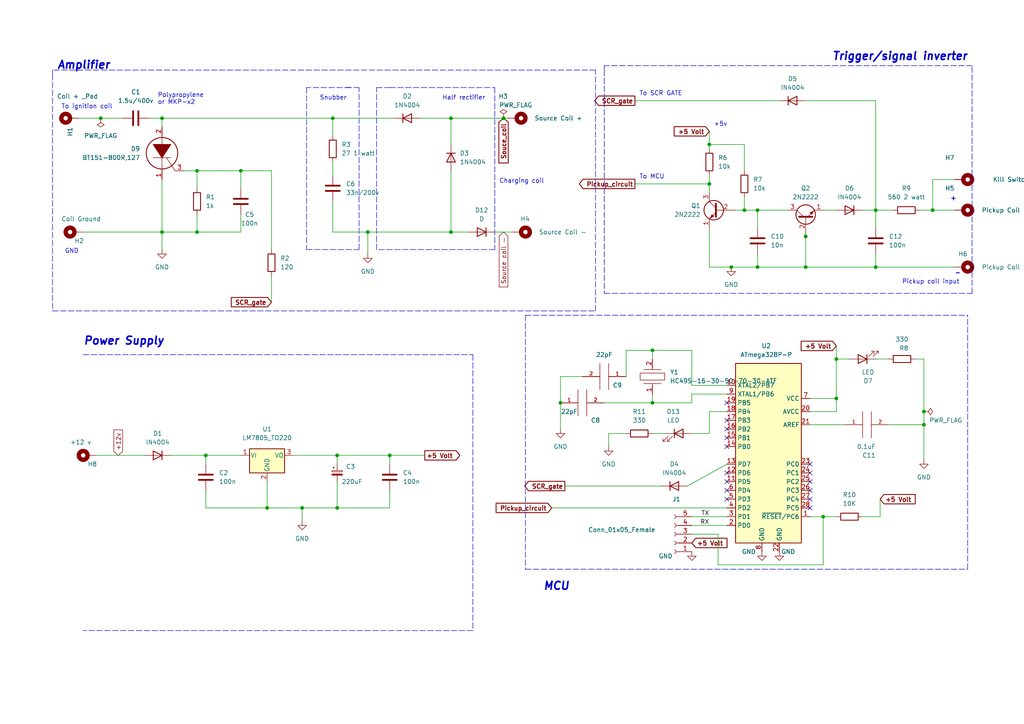
<source format=kicad_sch>
(kicad_sch (version 20211123) (generator eeschema)
  (paper "A4")
  (title_block (title "AC CDI, 328P") (date "2022-08-23") (rev "0.2") (company "JT Electronics!"))
  (lib_symbols
    (symbol "BT151-800R_127:BT151-800R,127" (pin_names (offset 0.762))
      (property "Reference" "D" (at 13.97 -2.54 0))
      (property "Value" "BT151-800R,127" (at 13.97 -5.08 0))
      (symbol "BT151-800R,127_0_0"
        (pin passive line (at 15.24 0 180) (length 2.54) (name "~") (number "1"))
        (pin passive line (at 0 0 0) (length 2.54) (name "~") (number "2"))
        (pin passive line (at 12.7 -6.35 90) (length 2.54) (name "~") (number "3"))
      )
      (symbol "BT151-800R,127_0_1"
        (polyline (pts (xy 2.54 0) (xy 5.08 0)) (stroke (width 0.1524)))
        (polyline (pts (xy 8.89 -2.54) (xy 8.89 2.54)) (stroke (width 0.1524)))
        (polyline (pts (xy 8.89 -1.27) (xy 12.7 -3.81)) (stroke (width 0.1524)))
        (polyline (pts (xy 8.89 0) (xy 12.7 0)) (stroke (width 0.1524)))
        (polyline (pts (xy 8.89 0) (xy 5.08 2.54) (xy 5.08 -2.54) (xy 8.89 0)) (stroke (width 0.254)) (fill (type outline)))
        (circle (center 7.62 0) (radius 4.572) (stroke (width 0.254)))
      )
    )
    (symbol "Connector:Conn_01x05_Female" (pin_names (offset 1.016) hide)
      (property "Reference" "J" (at 0 7.62 0))
      (property "Value" "Conn_01x05_Female" (at 0 -7.62 0))
      (symbol "Conn_01x05_Female_1_1"
        (arc (start 0 -4.572) (mid -0.508 -5.08) (end 0 -5.588) (stroke (width 0.1524)))
        (arc (start 0 -2.032) (mid -0.508 -2.54) (end 0 -3.048) (stroke (width 0.1524)))
        (polyline (pts (xy -1.27 -5.08) (xy -0.508 -5.08)) (stroke (width 0.1524)))
        (polyline (pts (xy -1.27 -2.54) (xy -0.508 -2.54)) (stroke (width 0.1524)))
        (polyline (pts (xy -1.27 0) (xy -0.508 0)) (stroke (width 0.1524)))
        (polyline (pts (xy -1.27 2.54) (xy -0.508 2.54)) (stroke (width 0.1524)))
        (polyline (pts (xy -1.27 5.08) (xy -0.508 5.08)) (stroke (width 0.1524)))
        (arc (start 0 0.508) (mid -0.508 0) (end 0 -0.508) (stroke (width 0.1524)))
        (arc (start 0 3.048) (mid -0.508 2.54) (end 0 2.032) (stroke (width 0.1524)))
        (arc (start 0 5.588) (mid -0.508 5.08) (end 0 4.572) (stroke (width 0.1524)))
        (pin passive line (at -5.08 5.08 0) (length 3.81) (name "Pin_1") (number "1"))
        (pin passive line (at -5.08 2.54 0) (length 3.81) (name "Pin_2") (number "2"))
        (pin passive line (at -5.08 0 0) (length 3.81) (name "Pin_3") (number "3"))
        (pin passive line (at -5.08 -2.54 0) (length 3.81) (name "Pin_4") (number "4"))
        (pin passive line (at -5.08 -5.08 0) (length 3.81) (name "Pin_5") (number "5"))
      )
    )
    (symbol "Device:C" (pin_numbers hide) (pin_names (offset 0.254))
      (property "Reference" "C" (at 0.635 2.54 0))
      (property "Value" "C" (at 0.635 -2.54 0))
      (symbol "C_0_1"
        (polyline (pts (xy -2.032 -0.762) (xy 2.032 -0.762)) (stroke (width 0.508)))
        (polyline (pts (xy -2.032 0.762) (xy 2.032 0.762)) (stroke (width 0.508)))
      )
      (symbol "C_1_1"
        (pin passive line (at 0 3.81 270) (length 2.794) (name "~") (number "1"))
        (pin passive line (at 0 -3.81 90) (length 2.794) (name "~") (number "2"))
      )
    )
    (symbol "Device:C_Polarized_Small" (pin_numbers hide) (pin_names (offset 0.254) hide)
      (property "Reference" "C" (at 0.254 1.778 0))
      (property "Value" "C_Polarized_Small" (at 0.254 -2.032 0))
      (symbol "C_Polarized_Small_0_1"
        (rectangle (start -1.524 -0.3048) (end 1.524 -0.6858) (fill (type outline)))
        (rectangle (start -1.524 0.6858) (end 1.524 0.3048))
        (polyline (pts (xy -1.27 1.524) (xy -0.762 1.524)))
        (polyline (pts (xy -1.016 1.27) (xy -1.016 1.778)))
      )
      (symbol "C_Polarized_Small_1_1"
        (pin passive line (at 0 2.54 270) (length 1.8542) (name "~") (number "1"))
        (pin passive line (at 0 -2.54 90) (length 1.8542) (name "~") (number "2"))
      )
    )
    (symbol "Device:D" (pin_numbers hide) (pin_names (offset 1.016) hide)
      (property "Reference" "D" (at 0 2.54 0))
      (property "Value" "D" (at 0 -2.54 0))
      (symbol "D_0_1"
        (polyline (pts (xy -1.27 1.27) (xy -1.27 -1.27)) (stroke (width 0.254)))
        (polyline (pts (xy 1.27 0) (xy -1.27 0)))
        (polyline (pts (xy 1.27 1.27) (xy 1.27 -1.27) (xy -1.27 0) (xy 1.27 1.27)) (stroke (width 0.254)))
      )
      (symbol "D_1_1"
        (pin passive line (at -3.81 0 0) (length 2.54) (name "K") (number "1"))
        (pin passive line (at 3.81 0 180) (length 2.54) (name "A") (number "2"))
      )
    )
    (symbol "Device:LED" (pin_numbers hide) (pin_names (offset 1.016) hide)
      (property "Reference" "D" (at 0 2.54 0))
      (property "Value" "LED" (at 0 -2.54 0))
      (symbol "LED_0_1"
        (polyline (pts (xy -1.27 -1.27) (xy -1.27 1.27)) (stroke (width 0.254)))
        (polyline (pts (xy -1.27 0) (xy 1.27 0)))
        (polyline (pts (xy 1.27 -1.27) (xy 1.27 1.27) (xy -1.27 0) (xy 1.27 -1.27)) (stroke (width 0.254)))
        (polyline (pts (xy -3.048 -0.762) (xy -4.572 -2.286) (xy -3.81 -2.286) (xy -4.572 -2.286) (xy -4.572 -1.524)))
        (polyline (pts (xy -1.778 -0.762) (xy -3.302 -2.286) (xy -2.54 -2.286) (xy -3.302 -2.286) (xy -3.302 -1.524)))
      )
      (symbol "LED_1_1"
        (pin passive line (at -3.81 0 0) (length 2.54) (name "K") (number "1"))
        (pin passive line (at 3.81 0 180) (length 2.54) (name "A") (number "2"))
      )
    )
    (symbol "Device:R" (pin_numbers hide) (pin_names (offset 0))
      (property "Reference" "R" (at 2.032 0 90))
      (property "Value" "R" (at 0 0 90))
      (symbol "R_0_1"
        (rectangle (start -1.016 -2.54) (end 1.016 2.54) (stroke (width 0.254)))
      )
      (symbol "R_1_1"
        (pin passive line (at 0 3.81 270) (length 1.27) (name "~") (number "1"))
        (pin passive line (at 0 -3.81 90) (length 1.27) (name "~") (number "2"))
      )
    )
    (symbol "Diode:1N4004" (pin_numbers hide) (pin_names (offset 1.016) hide)
      (property "Reference" "D" (at 0 2.54 0))
      (property "Value" "1N4004" (at 0 -2.54 0))
      (symbol "1N4004_0_1"
        (polyline (pts (xy -1.27 1.27) (xy -1.27 -1.27)) (stroke (width 0.254)))
        (polyline (pts (xy 1.27 0) (xy -1.27 0)))
        (polyline (pts (xy 1.27 1.27) (xy 1.27 -1.27) (xy -1.27 0) (xy 1.27 1.27)) (stroke (width 0.254)))
      )
      (symbol "1N4004_1_1"
        (pin passive line (at -3.81 0 0) (length 2.54) (name "K") (number "1"))
        (pin passive line (at 3.81 0 180) (length 2.54) (name "A") (number "2"))
      )
    )
    (symbol "HC49S-16-30-50-70-30-ATF:HC49S-16-30-50-70-30-ATF" (pin_names (offset 0.762))
      (property "Reference" "Y" (at 8.89 6.35 0))
      (property "Value" "HC49S-16-30-50-70-30-ATF" (at 8.89 3.81 0))
      (symbol "HC49S-16-30-50-70-30-ATF_0_0"
        (pin passive line (at 0 0 0) (length 2.54) (name "~") (number "1"))
        (pin passive line (at 10.16 0 180) (length 2.54) (name "~") (number "2"))
      )
      (symbol "HC49S-16-30-50-70-30-ATF_0_1"
        (polyline (pts (xy 3.048 0) (xy 2.54 0)) (stroke (width 0.1524)))
        (polyline (pts (xy 3.048 2.54) (xy 3.048 -2.54)) (stroke (width 0.1524)))
        (polyline (pts (xy 7.112 0) (xy 7.62 0)) (stroke (width 0.1524)))
        (polyline (pts (xy 7.112 2.54) (xy 7.112 -2.54)) (stroke (width 0.1524)))
        (polyline (pts (xy 4.064 3.556) (xy 4.064 -3.556) (xy 6.096 -3.556) (xy 6.096 3.556) (xy 4.064 3.556)) (stroke (width 0.1524)))
      )
    )
    (symbol "MCU_Microchip_ATmega:ATmega328P-P"
      (property "Reference" "U2" (at -5.08 25.4 0))
      (property "Value" "ATmega328P-P" (at -5.08 22.86 0))
      (symbol "ATmega328P-P_0_1"
        (rectangle (start -13.97 20.32) (end 5.08 -31.75) (stroke (width 0.254)) (fill (type background)))
      )
      (symbol "ATmega328P-P_1_1"
        (pin bidirectional line (at 7.62 -24.13 180) (length 2.54) (name "~{RESET}/PC6") (number "1"))
        (pin bidirectional line (at -16.51 13.97 0) (length 2.54) (name "XTAL2/PB7") (number "10"))
        (pin bidirectional line (at -16.51 -13.97 0) (length 2.54) (name "PD5") (number "11"))
        (pin bidirectional line (at -16.51 -11.43 0) (length 2.54) (name "PD6") (number "12"))
        (pin bidirectional line (at -16.51 -8.89 0) (length 2.54) (name "PD7") (number "13"))
        (pin bidirectional line (at -16.51 -3.81 0) (length 2.54) (name "PB0") (number "14"))
        (pin bidirectional line (at -16.51 -1.27 0) (length 2.54) (name "PB1") (number "15"))
        (pin bidirectional line (at -16.51 1.27 0) (length 2.54) (name "PB2") (number "16"))
        (pin bidirectional line (at -16.51 3.81 0) (length 2.54) (name "PB3") (number "17"))
        (pin bidirectional line (at -16.51 6.35 0) (length 2.54) (name "PB4") (number "18"))
        (pin bidirectional line (at -16.51 8.89 0) (length 2.54) (name "PB5") (number "19"))
        (pin bidirectional line (at -16.51 -26.67 0) (length 2.54) (name "PD0") (number "2"))
        (pin power_in line (at 7.62 6.35 180) (length 2.54) (name "AVCC") (number "20"))
        (pin passive line (at 7.62 2.54 180) (length 2.54) (name "AREF") (number "21"))
        (pin power_in line (at -1.27 -34.29 90) (length 2.54) (name "GND") (number "22"))
        (pin bidirectional line (at 7.62 -8.89 180) (length 2.54) (name "PC0") (number "23"))
        (pin bidirectional line (at 7.62 -11.43 180) (length 2.54) (name "PC1") (number "24"))
        (pin bidirectional line (at 7.62 -13.97 180) (length 2.54) (name "PC2") (number "25"))
        (pin bidirectional line (at 7.62 -16.51 180) (length 2.54) (name "PC3") (number "26"))
        (pin bidirectional line (at 7.62 -19.05 180) (length 2.54) (name "PC4") (number "27"))
        (pin bidirectional line (at 7.62 -21.59 180) (length 2.54) (name "PC5") (number "28"))
        (pin bidirectional line (at -16.51 -24.13 0) (length 2.54) (name "PD1") (number "3"))
        (pin bidirectional line (at -16.51 -21.59 0) (length 2.54) (name "PD2") (number "4"))
        (pin bidirectional line (at -16.51 -19.05 0) (length 2.54) (name "PD3") (number "5"))
        (pin bidirectional line (at -16.51 -16.51 0) (length 2.54) (name "PD4") (number "6"))
        (pin power_in line (at 7.62 10.16 180) (length 2.54) (name "VCC") (number "7"))
        (pin power_in line (at -6.35 -34.29 90) (length 2.54) (name "GND") (number "8"))
        (pin bidirectional line (at -16.51 11.43 0) (length 2.54) (name "XTAL1/PB6") (number "9"))
      )
    )
    (symbol "Mechanical:MountingHole_Pad" (pin_numbers hide) (pin_names (offset 1.016) hide)
      (property "Reference" "H" (at 0 6.35 0))
      (property "Value" "MountingHole_Pad" (at 0 4.445 0))
      (symbol "MountingHole_Pad_0_1"
        (circle (center 0 1.27) (radius 1.27) (stroke (width 1.27)))
      )
      (symbol "MountingHole_Pad_1_1"
        (pin input line (at 0 -2.54 90) (length 2.54) (name "1") (number "1"))
      )
    )
    (symbol "Regulator_Linear:LM7805_TO220" (pin_names (offset 0.254))
      (property "Reference" "U" (at -3.81 3.175 0))
      (property "Value" "LM7805_TO220" (at 0 3.175 0))
      (symbol "LM7805_TO220_0_1"
        (rectangle (start -5.08 1.905) (end 5.08 -5.08) (stroke (width 0.254)) (fill (type background)))
      )
      (symbol "LM7805_TO220_1_1"
        (pin power_in line (at -7.62 0 0) (length 2.54) (name "VI") (number "1"))
        (pin power_in line (at 0 -7.62 90) (length 2.54) (name "GND") (number "2"))
        (pin power_out line (at 7.62 0 180) (length 2.54) (name "VO") (number "3"))
      )
    )
    (symbol "Transistor_BJT:2N3904" (pin_names (offset 0) hide)
      (property "Reference" "Q" (at 5.08 1.905 0))
      (property "Value" "2N3904" (at 5.08 0 0))
      (symbol "2N3904_0_1"
        (polyline (pts (xy 0.635 0.635) (xy 2.54 2.54)))
        (polyline (pts (xy 0.635 -0.635) (xy 2.54 -2.54) (xy 2.54 -2.54)))
        (polyline (pts (xy 0.635 1.905) (xy 0.635 -1.905) (xy 0.635 -1.905)) (stroke (width 0.508)))
        (polyline (pts (xy 1.27 -1.778) (xy 1.778 -1.27) (xy 2.286 -2.286) (xy 1.27 -1.778) (xy 1.27 -1.778)) (fill (type outline)))
        (circle (center 1.27 0) (radius 2.8194) (stroke (width 0.254)))
      )
      (symbol "2N3904_1_1"
        (pin passive line (at 2.54 -5.08 90) (length 2.54) (name "E") (number "1"))
        (pin passive line (at -5.08 0 0) (length 5.715) (name "B") (number "2"))
        (pin passive line (at 2.54 5.08 270) (length 2.54) (name "C") (number "3"))
      )
    )
    (symbol "power:GND" (power) (pin_names (offset 0))
      (property "Value" "GND" (at 0 -3.81 0))
      (symbol "GND_0_1"
        (polyline (pts (xy 0 0) (xy 0 -1.27) (xy 1.27 -1.27) (xy 0 -2.54) (xy -1.27 -1.27) (xy 0 -1.27)))
      )
      (symbol "GND_1_1"
        (pin power_in line (at 0 0 270) (length 0) hide (name "GND") (number "1"))
      )
    )
    (symbol "power:PWR_FLAG" (power) (pin_numbers hide) (pin_names (offset 0) hide)
      (property "Value" "PWR_FLAG" (at 0 3.81 0))
      (symbol "PWR_FLAG_0_0"
        (pin power_out line (at 0 0 90) (length 0) (name "pwr") (number "1"))
      )
      (symbol "PWR_FLAG_0_1"
        (polyline (pts (xy 0 0) (xy 0 1.27) (xy -1.016 1.905) (xy 0 2.54) (xy 1.016 1.905) (xy 0 1.27)))
      )
    )
    (symbol "pspice:CAP" (pin_names (offset 0.254))
      (property "Reference" "C" (at 2.54 3.81 90))
      (property "Value" "CAP" (at 2.54 -3.81 90))
      (symbol "CAP_0_1"
        (polyline (pts (xy -3.81 -1.27) (xy 3.81 -1.27)))
        (polyline (pts (xy -3.81 1.27) (xy 3.81 1.27)))
      )
      (symbol "CAP_1_1"
        (pin passive line (at 0 6.35 270) (length 5.08) (name "~") (number "1"))
        (pin passive line (at 0 -6.35 90) (length 5.08) (name "~") (number "2"))
      )
    )
  )
  (junction (at 77.47 147.32))
  (junction (at 267.97 119.38))
  (junction (at 242.57 115.57))
  (junction (at 238.76 149.86))
  (junction (at 96.52 34.29))
  (junction (at 113.03 132.08))
  (junction (at 130.81 67.31))
  (junction (at 254 60.96))
  (junction (at 242.57 104.14))
  (junction (at 189.23 116.84))
  (junction (at 87.63 147.32))
  (junction (at 219.71 77.47))
  (junction (at 59.69 132.08))
  (junction (at 97.79 147.32))
  (junction (at 233.68 68.58))
  (junction (at 130.81 34.29))
  (junction (at 57.15 67.31))
  (junction (at 57.15 49.53))
  (junction (at 46.99 67.31))
  (junction (at 97.79 132.08))
  (junction (at 69.85 49.53))
  (junction (at 219.71 60.96))
  (junction (at 233.68 77.47))
  (junction (at 270.51 60.96))
  (junction (at 254 77.47))
  (junction (at 215.9 60.96))
  (junction (at 205.74 41.91))
  (junction (at 162.56 116.84))
  (junction (at 106.68 67.31))
  (junction (at 46.99 34.29))
  (junction (at 146.05 34.29))
  (junction (at 205.74 53.34))
  (junction (at 29.21 34.29))
  (junction (at 212.09 77.47))
  (junction (at 267.97 123.19))
  (junction (at 189.23 101.6))
  (no_connect (at 210.82 144.78))
  (no_connect (at 210.82 142.24))
  (no_connect (at 210.82 139.7))
  (no_connect (at 210.82 137.16))
  (no_connect (at 210.82 129.54))
  (no_connect (at 210.82 127))
  (no_connect (at 210.82 124.46))
  (no_connect (at 210.82 121.92))
  (no_connect (at 210.82 116.84))
  (no_connect (at 234.95 134.62))
  (no_connect (at 234.95 137.16))
  (no_connect (at 234.95 139.7))
  (no_connect (at 234.95 142.24))
  (no_connect (at 234.95 144.78))
  (no_connect (at 234.95 147.32))
  (wire (pts (xy 130.81 34.29) (xy 146.05 34.29)))
  (wire (pts (xy 238.76 60.96) (xy 242.57 60.96)))
  (wire (pts (xy 78.74 49.53) (xy 78.74 72.39)))
  (wire (pts (xy 130.81 67.31) (xy 135.89 67.31)))
  (polyline (pts (xy 15.24 20.32) (xy 15.24 21.59)))
  (polyline (pts (xy 113.03 25.4) (xy 143.51 25.4)))
  (wire (pts (xy 175.26 116.84) (xy 189.23 116.84)))
  (polyline (pts (xy 152.4 91.44) (xy 152.4 165.1)))
  (wire (pts (xy 96.52 58.42) (xy 96.52 67.31)))
  (wire (pts (xy 77.47 147.32) (xy 87.63 147.32)))
  (wire (pts (xy 233.68 68.58) (xy 233.68 77.47)))
  (wire (pts (xy 46.99 67.31) (xy 57.15 67.31)))
  (wire (pts (xy 234.95 149.86) (xy 238.76 149.86)))
  (wire (pts (xy 189.23 114.3) (xy 189.23 116.84)))
  (wire (pts (xy 250.19 60.96) (xy 254 60.96)))
  (wire (pts (xy 270.51 52.07) (xy 270.51 60.96)))
  (polyline (pts (xy 175.26 20.32) (xy 175.26 85.09)))
  (wire (pts (xy 77.47 139.7) (xy 77.47 147.32)))
  (wire (pts (xy 121.92 34.29) (xy 130.81 34.29)))
  (wire (pts (xy 162.56 109.22) (xy 168.91 109.22)))
  (wire (pts (xy 238.76 149.86) (xy 242.57 149.86)))
  (wire (pts (xy 200.66 111.76) (xy 210.82 111.76)))
  (wire (pts (xy 254 60.96) (xy 259.08 60.96)))
  (wire (pts (xy 176.53 129.54) (xy 176.53 125.73)))
  (wire (pts (xy 46.99 34.29) (xy 96.52 34.29)))
  (polyline (pts (xy 172.72 20.32) (xy 15.24 20.32)))
  (wire (pts (xy 87.63 147.32) (xy 87.63 151.13)))
  (wire (pts (xy 233.68 29.21) (xy 254 29.21)))
  (wire (pts (xy 219.71 60.96) (xy 219.71 66.04)))
  (wire (pts (xy 276.86 52.07) (xy 270.51 52.07)))
  (wire (pts (xy 200.66 114.3) (xy 210.82 114.3)))
  (polyline (pts (xy 100.33 25.4) (xy 104.14 25.4)))
  (wire (pts (xy 146.05 34.29) (xy 147.32 34.29)))
  (polyline (pts (xy 109.22 25.4) (xy 113.03 25.4)))
  (wire (pts (xy 143.51 67.31) (xy 148.59 67.31)))
  (wire (pts (xy 233.68 67.31) (xy 233.68 68.58)))
  (wire (pts (xy 43.18 34.29) (xy 46.99 34.29)))
  (wire (pts (xy 189.23 101.6) (xy 189.23 104.14)))
  (wire (pts (xy 233.68 77.47) (xy 254 77.47)))
  (wire (pts (xy 46.99 34.29) (xy 46.99 36.83)))
  (wire (pts (xy 96.52 34.29) (xy 114.3 34.29)))
  (wire (pts (xy 97.79 132.08) (xy 113.03 132.08)))
  (wire (pts (xy 49.53 132.08) (xy 59.69 132.08)))
  (wire (pts (xy 219.71 60.96) (xy 228.6 60.96)))
  (wire (pts (xy 130.81 67.31) (xy 130.81 49.53)))
  (wire (pts (xy 238.76 163.83) (xy 238.76 149.86)))
  (wire (pts (xy 53.34 49.53) (xy 57.15 49.53)))
  (wire (pts (xy 59.69 142.24) (xy 59.69 147.32)))
  (polyline (pts (xy 88.9 72.39) (xy 104.14 72.39)))
  (wire (pts (xy 255.27 144.78) (xy 255.27 149.86)))
  (wire (pts (xy 205.74 41.91) (xy 205.74 43.18)))
  (wire (pts (xy 113.03 147.32) (xy 113.03 142.24)))
  (wire (pts (xy 242.57 104.14) (xy 242.57 115.57)))
  (wire (pts (xy 59.69 147.32) (xy 77.47 147.32)))
  (wire (pts (xy 184.15 29.21) (xy 226.06 29.21)))
  (wire (pts (xy 106.68 67.31) (xy 106.68 73.66)))
  (wire (pts (xy 176.53 125.73) (xy 181.61 125.73)))
  (wire (pts (xy 85.09 132.08) (xy 97.79 132.08)))
  (wire (pts (xy 254 29.21) (xy 254 60.96)))
  (wire (pts (xy 200.66 114.3) (xy 200.66 116.84)))
  (wire (pts (xy 265.43 104.14) (xy 267.97 104.14)))
  (wire (pts (xy 29.21 34.29) (xy 35.56 34.29)))
  (polyline (pts (xy 15.24 21.59) (xy 15.24 90.17)))
  (polyline (pts (xy 172.72 90.17) (xy 172.72 20.32)))
  (polyline (pts (xy 152.4 165.1) (xy 280.67 165.1)))
  (wire (pts (xy 199.39 140.97) (xy 210.82 134.62)))
  (wire (pts (xy 96.52 34.29) (xy 96.52 39.37)))
  (wire (pts (xy 78.74 80.01) (xy 78.74 87.63)))
  (wire (pts (xy 189.23 101.6) (xy 200.66 101.6)))
  (wire (pts (xy 257.81 123.19) (xy 267.97 123.19)))
  (polyline (pts (xy 137.16 182.88) (xy 24.13 182.88)))
  (wire (pts (xy 205.74 41.91) (xy 215.9 41.91)))
  (wire (pts (xy 113.03 132.08) (xy 123.19 132.08)))
  (wire (pts (xy 267.97 104.14) (xy 267.97 119.38)))
  (polyline (pts (xy 152.4 91.44) (xy 280.67 91.44)))
  (wire (pts (xy 200.66 152.4) (xy 210.82 152.4)))
  (wire (pts (xy 205.74 77.47) (xy 212.09 77.47)))
  (wire (pts (xy 254 60.96) (xy 254 66.04)))
  (wire (pts (xy 106.68 67.31) (xy 130.81 67.31)))
  (wire (pts (xy 24.13 67.31) (xy 46.99 67.31)))
  (polyline (pts (xy 175.26 19.05) (xy 175.26 20.32)))
  (wire (pts (xy 242.57 100.33) (xy 242.57 104.14)))
  (wire (pts (xy 219.71 73.66) (xy 219.71 77.47)))
  (wire (pts (xy 189.23 116.84) (xy 200.66 116.84)))
  (wire (pts (xy 234.95 119.38) (xy 242.57 119.38)))
  (wire (pts (xy 213.36 60.96) (xy 215.9 60.96)))
  (polyline (pts (xy 24.13 102.87) (xy 137.16 102.87)))
  (polyline (pts (xy 281.94 85.09) (xy 281.94 19.05)))
  (wire (pts (xy 97.79 139.7) (xy 97.79 147.32)))
  (polyline (pts (xy 143.51 72.39) (xy 109.22 72.39)))
  (wire (pts (xy 250.19 149.86) (xy 255.27 149.86)))
  (wire (pts (xy 46.99 52.07) (xy 46.99 67.31)))
  (wire (pts (xy 205.74 53.34) (xy 205.74 55.88)))
  (wire (pts (xy 270.51 60.96) (xy 276.86 60.96)))
  (wire (pts (xy 254 77.47) (xy 276.86 77.47)))
  (wire (pts (xy 205.74 66.04) (xy 205.74 77.47)))
  (wire (pts (xy 163.83 140.97) (xy 191.77 140.97)))
  (wire (pts (xy 234.95 115.57) (xy 242.57 115.57)))
  (wire (pts (xy 69.85 62.23) (xy 69.85 67.31)))
  (polyline (pts (xy 137.16 102.87) (xy 137.16 182.88)))
  (wire (pts (xy 181.61 101.6) (xy 189.23 101.6)))
  (wire (pts (xy 189.23 125.73) (xy 193.04 125.73)))
  (wire (pts (xy 200.66 154.94) (xy 208.28 154.94)))
  (polyline (pts (xy 109.22 72.39) (xy 109.22 25.4)))
  (wire (pts (xy 57.15 49.53) (xy 57.15 54.61)))
  (wire (pts (xy 57.15 62.23) (xy 57.15 67.31)))
  (wire (pts (xy 215.9 57.15) (xy 215.9 60.96)))
  (wire (pts (xy 215.9 41.91) (xy 215.9 49.53)))
  (wire (pts (xy 97.79 132.08) (xy 97.79 134.62)))
  (wire (pts (xy 215.9 60.96) (xy 219.71 60.96)))
  (wire (pts (xy 184.15 53.34) (xy 205.74 53.34)))
  (wire (pts (xy 200.66 125.73) (xy 205.74 125.73)))
  (wire (pts (xy 113.03 132.08) (xy 113.03 134.62)))
  (wire (pts (xy 87.63 147.32) (xy 97.79 147.32)))
  (wire (pts (xy 219.71 77.47) (xy 233.68 77.47)))
  (wire (pts (xy 46.99 67.31) (xy 46.99 72.39)))
  (wire (pts (xy 200.66 101.6) (xy 200.66 111.76)))
  (wire (pts (xy 69.85 49.53) (xy 69.85 54.61)))
  (wire (pts (xy 96.52 67.31) (xy 106.68 67.31)))
  (polyline (pts (xy 280.67 165.1) (xy 280.67 91.44)))
  (wire (pts (xy 162.56 116.84) (xy 162.56 109.22)))
  (polyline (pts (xy 143.51 25.4) (xy 143.51 72.39)))
  (wire (pts (xy 242.57 104.14) (xy 246.38 104.14)))
  (wire (pts (xy 69.85 49.53) (xy 78.74 49.53)))
  (wire (pts (xy 254 104.14) (xy 257.81 104.14)))
  (wire (pts (xy 162.56 116.84) (xy 162.56 124.46)))
  (wire (pts (xy 210.82 119.38) (xy 205.74 119.38)))
  (wire (pts (xy 160.02 147.32) (xy 210.82 147.32)))
  (wire (pts (xy 205.74 38.1) (xy 205.74 41.91)))
  (wire (pts (xy 205.74 50.8) (xy 205.74 53.34)))
  (wire (pts (xy 96.52 46.99) (xy 96.52 50.8)))
  (wire (pts (xy 242.57 115.57) (xy 242.57 119.38)))
  (wire (pts (xy 208.28 163.83) (xy 238.76 163.83)))
  (wire (pts (xy 200.66 149.86) (xy 210.82 149.86)))
  (polyline (pts (xy 175.26 85.09) (xy 281.94 85.09)))
  (wire (pts (xy 234.95 123.19) (xy 245.11 123.19)))
  (wire (pts (xy 59.69 132.08) (xy 59.69 134.62)))
  (wire (pts (xy 181.61 109.22) (xy 181.61 101.6)))
  (wire (pts (xy 57.15 67.31) (xy 69.85 67.31)))
  (wire (pts (xy 254 73.66) (xy 254 77.47)))
  (wire (pts (xy 27.94 132.08) (xy 41.91 132.08)))
  (polyline (pts (xy 281.94 19.05) (xy 175.26 19.05)))
  (polyline (pts (xy 104.14 72.39) (xy 104.14 25.4)))
  (wire (pts (xy 22.86 34.29) (xy 29.21 34.29)))
  (wire (pts (xy 130.81 34.29) (xy 130.81 41.91)))
  (wire (pts (xy 208.28 154.94) (xy 208.28 163.83)))
  (polyline (pts (xy 101.6 25.4) (xy 88.9 25.4)))
  (polyline (pts (xy 15.24 90.17) (xy 172.72 90.17)))
  (wire (pts (xy 266.7 60.96) (xy 270.51 60.96)))
  (wire (pts (xy 212.09 77.47) (xy 219.71 77.47)))
  (wire (pts (xy 97.79 147.32) (xy 113.03 147.32)))
  (polyline (pts (xy 88.9 25.4) (xy 88.9 72.39)))
  (wire (pts (xy 59.69 132.08) (xy 69.85 132.08)))
  (wire (pts (xy 267.97 123.19) (xy 267.97 133.35)))
  (wire (pts (xy 267.97 119.38) (xy 267.97 123.19)))
  (wire (pts (xy 57.15 49.53) (xy 69.85 49.53)))
  (wire (pts (xy 205.74 119.38) (xy 205.74 125.73)))
  (text "Power Supply\n" (at 24.13 100.33 0) (effects (font (size 2.27 2.27) (thickness 0.454) bold italic) (justify left bottom)))
  (text "-\n" (at 276.86 80.01 0) (effects (font (size 1.27 1.27) (thickness 0.254) bold) (justify left bottom)))
  (text "MCU" (at 157.48 171.45 0) (effects (font (size 2.27 2.27) (thickness 0.454) bold italic) (justify left bottom)))
  (text "Snubber" (at 92.71 29.21 0) (effects (font (size 1.27 1.27)) (justify left bottom)))
  (text "To ignition coil" (at 17.78 31.75 0) (effects (font (size 1.27 1.27)) (justify left bottom)))
  (text "Trigger/signal inverter" (at 241.3 17.78 0) (effects (font (size 2.27 2.27) (thickness 0.454) bold italic) (justify left bottom)))
  (text "Charging coil" (at 144.78 53.34 0) (effects (font (size 1.27 1.27)) (justify left bottom)))
  (text "To SCR GATE\n" (at 185.42 27.94 0) (effects (font (size 1.27 1.27)) (justify left bottom)))
  (text "Polypropylene\nor MKP-x2\n" (at 45.72 30.48 0) (effects (font (size 1.27 1.27)) (justify left bottom)))
  (text "+" (at 275.59 58.42 0) (effects (font (size 1.27 1.27) (thickness 0.254) bold) (justify left bottom)))
  (text "Half rectifier" (at 128.27 29.21 0) (effects (font (size 1.27 1.27)) (justify left bottom)))
  (text "+5v" (at 207.01 36.83 0) (effects (font (size 1.27 1.27)) (justify left bottom)))
  (text "Pickup coil input\n" (at 261.62 82.55 0) (effects (font (size 1.27 1.27)) (justify left bottom)))
  (text "Amplifier" (at 16.51 20.32 0) (effects (font (size 2.27 2.27) (thickness 0.454) bold italic) (justify left bottom)))
  (text "GND" (at 22.86 73.66 180) (effects (font (size 1.27 1.27)) (justify right bottom)))
  (text "To MCU" (at 185.42 52.07 0) (effects (font (size 1.27 1.27)) (justify left bottom)))
  (label "TX" (at 205.74 149.86 180))
  (label "RX" (at 205.74 152.4 180))
  (global_label "+5 Volt" (shape input) (at 255.27 144.78 0) (effects (font bold)) (property "Intersheet References" "${INTERSHEET_REFS}" (effects hide)))
  (global_label "SCR_gate" (shape output) (at 184.15 29.21 180) (effects (font bold)) (property "Intersheet References" "${INTERSHEET_REFS}" (effects hide)))
  (global_label "+12v" (shape input) (at 34.29 132.08 90) (property "Intersheet References" "${INTERSHEET_REFS}" (effects hide)))
  (global_label "Source coil -" (shape input) (at 146.05 67.31 270) (property "Intersheet References" "${INTERSHEET_REFS}" (effects hide)))
  (global_label "+5 Volt" (shape input) (at 205.74 38.1 180) (effects (font bold)) (property "Intersheet References" "${INTERSHEET_REFS}" (effects hide)))
  (global_label "SCR_gate" (shape input) (at 78.74 87.63 180) (effects (font bold)) (property "Intersheet References" "${INTERSHEET_REFS}" (effects hide)))
  (global_label "+5 Volt" (shape input) (at 242.57 100.33 180) (effects (font bold)) (property "Intersheet References" "${INTERSHEET_REFS}" (effects hide)))
  (global_label "+5 Volt" (shape input) (at 200.66 157.48 0) (effects (font bold)) (property "Intersheet References" "${INTERSHEET_REFS}" (effects hide)))
  (global_label "SCR_gate" (shape output) (at 163.83 140.97 180) (effects (font bold)) (property "Intersheet References" "${INTERSHEET_REFS}" (effects hide)))
  (global_label "Pickup_circuit" (shape output) (at 184.15 53.34 180) (effects (font bold)) (property "Intersheet References" "${INTERSHEET_REFS}" (effects hide)))
  (global_label "+5 Volt" (shape output) (at 123.19 132.08 0) (effects (font bold)) (property "Intersheet References" "${INTERSHEET_REFS}" (effects hide)))
  (global_label "Souce_coil" (shape input) (at 146.05 34.29 270) (effects (font bold)) (property "Intersheet References" "${INTERSHEET_REFS}" (effects hide)))
  (global_label "Pickup_circuit" (shape input) (at 160.02 147.32 180) (effects (font bold)) (property "Intersheet References" "${INTERSHEET_REFS}" (effects hide)))
  (symbol (lib_id "Device:C") (at 96.52 54.61 0) (unit 1)
    (property "Reference" "C6" (at 100.33 53.3399 0) (effects (justify left)))
    (property "Value" "33n{slash}200v" (at 100.33 55.8799 0) (effects (justify left)))
    (property "Footprint" "Capacitor_THT:C_Rect_L9.0mm_W3.2mm_P7.50mm_MKT" (effects hide))
  )
  (symbol (lib_id "Diode:1N4004") (at 118.11 34.29 0) (unit 1)
    (property "Reference" "D2" (at 118.11 27.94 0))
    (property "Value" "1N4004" (at 118.11 30.48 0))
    (property "Footprint" "Diode_THT:D_DO-41_SOD81_P10.16mm_Horizontal" (effects hide))
    (property "Datasheet" "http://www.vishay.com/docs/88503/1n4001.pdf" (effects hide))
  )
  (symbol (lib_id "Device:R") (at 57.15 58.42 0) (unit 1)
    (property "Reference" "R1" (at 59.69 57.1499 0) (effects (justify left)))
    (property "Value" "1k" (at 59.69 59.6899 0) (effects (justify left)))
    (property "Footprint" "Resistor_THT:R_Axial_DIN0309_L9.0mm_D3.2mm_P12.70mm_Horizontal" (effects hide))
  )
  (symbol (lib_id "power:GND") (at 212.09 77.47 0) (unit 1)
    (property "Reference" "#PWR0104" (effects hide))
    (property "Value" "GND" (at 212.09 82.55 0))
  )
  (symbol (lib_id "power:GND") (at 87.63 151.13 0) (unit 1)
    (property "Reference" "#PWR02" (effects hide))
    (property "Value" "GND" (at 87.63 156.21 0))
  )
  (symbol (lib_id "Device:R") (at 261.62 104.14 90) (unit 1)
    (property "Reference" "R8" (at 263.525 100.9651 90) (effects (justify left)))
    (property "Value" "330" (at 263.525 98.4251 90) (effects (justify left)))
    (property "Footprint" "Resistor_THT:R_Axial_DIN0309_L9.0mm_D3.2mm_P12.70mm_Horizontal" (effects hide))
  )
  (symbol (lib_id "Device:R") (at 185.42 125.73 90) (unit 1)
    (property "Reference" "R11" (at 185.42 119.38 90))
    (property "Value" "330" (at 185.42 121.92 90))
    (property "Footprint" "Resistor_THT:R_Axial_DIN0309_L9.0mm_D3.2mm_P12.70mm_Horizontal" (effects hide))
  )
  (symbol (lib_id "pspice:CAP") (at 175.26 109.22 270) (unit 1)
    (property "Reference" "C9" (at 179.07 111.76 90))
    (property "Value" "22pF" (at 175.26 102.87 90))
    (property "Footprint" "Capacitor_THT:C_Disc_D5.0mm_W2.5mm_P5.00mm" (effects hide))
  )
  (symbol (lib_id "Device:R") (at 96.52 43.18 0) (unit 1)
    (property "Reference" "R3" (at 99.06 41.9099 0) (effects (justify left)))
    (property "Value" "27 1 watt" (at 99.06 44.4499 0) (effects (justify left)))
    (property "Footprint" "Resistor_THT:R_Axial_DIN0516_L15.5mm_D5.0mm_P20.32mm_Horizontal" (effects hide))
  )
  (symbol (lib_id "Device:R") (at 246.38 149.86 270) (unit 1)
    (property "Reference" "R10" (at 246.38 143.51 90))
    (property "Value" "10K" (at 246.38 146.05 90))
    (property "Footprint" "Resistor_THT:R_Axial_DIN0207_L6.3mm_D2.5mm_P10.16mm_Horizontal" (effects hide))
  )
  (symbol (lib_id "Transistor_BJT:2N3904") (at 208.28 60.96 0) (mirror y) (unit 1)
    (property "Reference" "Q1" (at 203.2 59.6899 0) (effects (justify left)))
    (property "Value" "2N2222" (at 203.2 62.2299 0) (effects (justify left)))
    (property "Footprint" "Package_TO_SOT_THT:TO-92_Inline" (effects hide))
    (property "Datasheet" "https://www.onsemi.com/pub/Collateral/2N3903-D.PDF" (effects hide))
  )
  (symbol (lib_id "Mechanical:MountingHole_Pad") (at 149.86 34.29 270) (unit 1)
    (property "Reference" "H3" (at 147.32 27.94 90) (effects (justify right)))
    (property "Value" "Source Coil +" (at 168.91 34.29 90) (effects (justify right)))
    (property "Footprint" "MountingHole:MountingHole_2.2mm_M2_Pad_TopBottom" (effects hide))
  )
  (symbol (lib_id "pspice:CAP") (at 251.46 123.19 90) (unit 1)
    (property "Reference" "C11" (at 254 132.08 90) (effects (justify left)))
    (property "Value" "0.1uF" (at 254 129.54 90) (effects (justify left)))
    (property "Footprint" "Capacitor_THT:C_Disc_D6.0mm_W2.5mm_P5.00mm" (effects hide))
  )
  (symbol (lib_id "Regulator_Linear:LM7805_TO220") (at 77.47 132.08 0) (unit 1)
    (property "Reference" "U1" (at 77.47 124.46 0))
    (property "Value" "LM7805_TO220" (at 77.47 127 0))
    (property "Footprint" "Package_TO_SOT_THT:TO-220-3_Vertical" (effects hide))
    (property "Datasheet" "https://www.onsemi.cn/PowerSolutions/document/MC7800-D.PDF" (effects hide))
  )
  (symbol (lib_id "HC49S-16-30-50-70-30-ATF:HC49S-16-30-50-70-30-ATF") (at 189.23 114.3 90) (unit 1)
    (property "Reference" "Y1" (at 194.31 107.9499 90) (effects (justify right)))
    (property "Value" "HC49S-16-30-50-70-30-ATF" (at 194.31 110.4899 90) (effects (justify right)))
    (property "Footprint" "Crystal:Resonator-2Pin_W10.0mm_H5.0mm" (effects hide))
    (property "Datasheet" "http://www.farnell.com/datasheets/1661828.pdf" (effects hide))
    (property "Description" "MULTICOMP - HC49S-16-30-50-70-30-ATF - CRYSTAL, HC-49/S, 16.0MHZ" (effects hide))
    (property "Height" "4" (effects hide))
    (property "Manufacturer_Name" "MULTICOMP" (effects hide))
    (property "Manufacturer_Part_Number" "HC49S-16-30-50-70-30-ATF" (effects hide))
  )
  (symbol (lib_id "Device:R") (at 78.74 76.2 0) (unit 1)
    (property "Reference" "R2" (at 81.28 74.9299 0) (effects (justify left)))
    (property "Value" "120" (at 81.28 77.4699 0) (effects (justify left)))
    (property "Footprint" "Resistor_THT:R_Axial_DIN0309_L9.0mm_D3.2mm_P12.70mm_Horizontal" (effects hide))
  )
  (symbol (lib_id "Device:LED") (at 250.19 104.14 180) (unit 1)
    (property "Reference" "D7" (at 251.7775 110.49 0))
    (property "Value" "LED" (at 251.7775 107.95 0))
    (property "Footprint" "LED_THT:LED_D3.0mm" (effects hide))
  )
  (symbol (lib_id "Mechanical:MountingHole_Pad") (at 279.4 77.47 270) (unit 1)
    (property "Reference" "H6" (at 280.67 73.66 90) (effects (justify right)))
    (property "Value" "Pickup Coil -" (at 298.45 77.47 90) (effects (justify right)))
    (property "Footprint" "MountingHole:MountingHole_2.2mm_M2_Pad_TopBottom" (effects hide))
  )
  (symbol (lib_id "Mechanical:MountingHole_Pad") (at 20.32 34.29 90) (unit 1)
    (property "Reference" "H1" (at 20.3201 36.83 0) (effects (justify right)))
    (property "Value" "Coil + _Pad" (at 16.51 27.94 90) (effects (justify right)))
    (property "Footprint" "MountingHole:MountingHole_2.2mm_M2_ISO14580_Pad_TopBottom" (effects hide))
  )
  (symbol (lib_id "Mechanical:MountingHole_Pad") (at 279.4 52.07 270) (unit 1)
    (property "Reference" "H7" (at 276.86 45.72 90) (effects (justify right)))
    (property "Value" "Kill Switch" (at 298.45 52.07 90) (effects (justify right)))
    (property "Footprint" "MountingHole:MountingHole_2.2mm_M2_Pad_TopBottom" (effects hide))
  )
  (symbol (lib_id "Device:C") (at 254 69.85 0) (unit 1)
    (property "Reference" "C12" (at 257.81 68.5799 0) (effects (justify left)))
    (property "Value" "100n" (at 257.81 71.1199 0) (effects (justify left)))
    (property "Footprint" "Capacitor_THT:C_Disc_D6.0mm_W2.5mm_P5.00mm" (effects hide))
  )
  (symbol (lib_id "pspice:CAP") (at 168.91 116.84 90) (unit 1)
    (property "Reference" "C8" (at 172.72 121.92 90))
    (property "Value" "22pF" (at 165.1 119.38 90))
    (property "Footprint" "Capacitor_THT:C_Disc_D5.0mm_W2.5mm_P5.00mm" (effects hide))
  )
  (symbol (lib_id "Diode:1N4004") (at 130.81 45.72 270) (unit 1)
    (property "Reference" "D3" (at 133.35 44.4499 90) (effects (justify left)))
    (property "Value" "1N4004" (at 133.35 46.9899 90) (effects (justify left)))
    (property "Footprint" "Diode_THT:D_DO-41_SOD81_P10.16mm_Horizontal" (effects hide))
    (property "Datasheet" "http://www.vishay.com/docs/88503/1n4001.pdf" (effects hide))
  )
  (symbol (lib_id "Mechanical:MountingHole_Pad") (at 279.4 60.96 270) (unit 1)
    (property "Reference" "H5" (at 276.86 54.61 90) (effects (justify right)))
    (property "Value" "Pickup Coil +" (at 298.45 60.96 90) (effects (justify right)))
    (property "Footprint" "MountingHole:MountingHole_2.2mm_M2_Pad_TopBottom" (effects hide))
  )
  (symbol (lib_id "Connector:Conn_01x05_Female") (at 195.58 154.94 180) (unit 1)
    (property "Reference" "J1" (at 196.215 144.78 0))
    (property "Value" "Conn_01x05_Female" (at 180.34 153.67 0))
    (property "Footprint" "Connector_PinSocket_2.54mm:PinSocket_1x05_P2.54mm_Vertical" (effects hide))
  )
  (symbol (lib_id "power:GND") (at 46.99 72.39 0) (unit 1)
    (property "Reference" "#PWR0102" (effects hide))
    (property "Value" "GND" (at 46.99 77.47 0))
  )
  (symbol (lib_id "Device:LED") (at 196.85 125.73 0) (unit 1)
    (property "Reference" "D13" (at 195.2625 119.38 0))
    (property "Value" "LED" (at 195.2625 121.92 0))
    (property "Footprint" "LED_THT:LED_D3.0mm" (effects hide))
  )
  (symbol (lib_id "Transistor_BJT:2N3904") (at 233.68 63.5 90) (unit 1)
    (property "Reference" "Q2" (at 233.68 54.61 90))
    (property "Value" "2N2222" (at 233.68 57.15 90))
    (property "Footprint" "Package_TO_SOT_THT:TO-92_Inline" (effects hide))
    (property "Datasheet" "https://www.onsemi.com/pub/Collateral/2N3903-D.PDF" (effects hide))
  )
  (symbol (lib_id "power:GND") (at 220.98 160.02 0) (unit 1)
    (property "Reference" "#PWR0107" (effects hide))
    (property "Value" "GND" (at 217.17 160.02 0))
  )
  (symbol (lib_id "power:GND") (at 226.06 160.02 0) (unit 1)
    (property "Reference" "#PWR0108" (effects hide))
    (property "Value" "GND" (at 228.6 160.02 0))
  )
  (symbol (lib_id "power:GND") (at 176.53 129.54 0) (unit 1)
    (property "Reference" "#PWR01" (effects hide))
    (property "Value" "GND" (at 176.53 134.62 0))
  )
  (symbol (lib_id "Device:C") (at 39.37 34.29 270) (unit 1)
    (property "Reference" "C1" (at 39.37 26.67 90))
    (property "Value" "1.5u{slash}400v" (at 39.37 29.21 90))
    (property "Footprint" "Capacitor_THT:C_Rect_L26.5mm_W5.0mm_P22.50mm_MKS4" (effects hide))
  )
  (symbol (lib_id "Device:C") (at 59.69 138.43 0) (unit 1)
    (property "Reference" "C2" (at 63.5 137.1599 0) (effects (justify left)))
    (property "Value" "100n" (at 63.5 139.6999 0) (effects (justify left)))
    (property "Footprint" "Capacitor_THT:C_Disc_D6.0mm_W2.5mm_P5.00mm" (effects hide))
  )
  (symbol (lib_id "Device:C") (at 113.03 138.43 0) (unit 1)
    (property "Reference" "C4" (at 116.84 137.1599 0) (effects (justify left)))
    (property "Value" "100n" (at 116.84 139.6999 0) (effects (justify left)))
    (property "Footprint" "Capacitor_THT:C_Disc_D6.0mm_W2.5mm_P5.00mm" (effects hide))
  )
  (symbol (lib_id "Device:D") (at 139.7 67.31 180) (unit 1)
    (property "Reference" "D12" (at 139.7 60.96 0))
    (property "Value" "D" (at 139.7 63.5 0))
    (property "Footprint" "Diode_THT:D_DO-41_SOD81_P10.16mm_Horizontal" (effects hide))
  )
  (symbol (lib_id "Device:R") (at 205.74 46.99 0) (unit 1)
    (property "Reference" "R6" (at 208.28 45.7199 0) (effects (justify left)))
    (property "Value" "10k" (at 208.28 48.2599 0) (effects (justify left)))
    (property "Footprint" "Resistor_THT:R_Axial_DIN0309_L9.0mm_D3.2mm_P12.70mm_Horizontal" (effects hide))
  )
  (symbol (lib_id "power:GND") (at 200.66 160.02 0) (unit 1)
    (property "Reference" "#PWR0109" (effects hide))
    (property "Value" "GND" (at 193.04 161.29 0))
  )
  (symbol (lib_id "Device:R") (at 215.9 53.34 0) (unit 1)
    (property "Reference" "R7" (at 218.44 52.0699 0) (effects (justify left)))
    (property "Value" "10k" (at 218.44 54.6099 0) (effects (justify left)))
    (property "Footprint" "Resistor_THT:R_Axial_DIN0309_L9.0mm_D3.2mm_P12.70mm_Horizontal" (effects hide))
  )
  (symbol (lib_id "Mechanical:MountingHole_Pad") (at 21.59 67.31 90) (unit 1)
    (property "Reference" "H2" (at 21.5901 69.85 90) (effects (justify right)))
    (property "Value" "Coil Ground" (at 17.78 63.5 90) (effects (justify right)))
    (property "Footprint" "MountingHole:MountingHole_2.2mm_M2_Pad_TopBottom" (effects hide))
  )
  (symbol (lib_id "Device:D") (at 229.87 29.21 0) (unit 1)
    (property "Reference" "D5" (at 229.87 22.86 0))
    (property "Value" "IN4004" (at 229.87 25.4 0))
    (property "Footprint" "Diode_THT:D_DO-41_SOD81_P10.16mm_Horizontal" (effects hide))
  )
  (symbol (lib_id "Device:C") (at 69.85 58.42 0) (unit 1)
    (property "Reference" "C5" (at 72.39 62.23 0))
    (property "Value" "100n" (at 72.39 64.77 0))
    (property "Footprint" "Capacitor_THT:C_Disc_D6.0mm_W2.5mm_P5.00mm" (effects hide))
  )
  (symbol (lib_id "Device:R") (at 262.89 60.96 270) (unit 1)
    (property "Reference" "R9" (at 262.89 54.61 90))
    (property "Value" "560 2 watt" (at 262.89 57.15 90))
    (property "Footprint" "Resistor_THT:R_Axial_DIN0516_L15.5mm_D5.0mm_P20.32mm_Horizontal" (effects hide))
  )
  (symbol (lib_id "Mechanical:MountingHole_Pad") (at 151.13 67.31 270) (unit 1)
    (property "Reference" "H4" (at 153.67 63.5 90) (effects (justify right)))
    (property "Value" "Source Coil -" (at 170.18 67.31 90) (effects (justify right)))
    (property "Footprint" "MountingHole:MountingHole_2.2mm_M2_Pad_TopBottom" (effects hide))
  )
  (symbol (lib_id "power:PWR_FLAG") (at 267.97 119.38 270) (unit 1)
    (property "Reference" "#FLG0105" (effects hide))
    (property "Value" "PWR_FLAG" (at 274.32 121.92 90))
  )
  (symbol (lib_id "power:GND") (at 162.56 124.46 0) (unit 1)
    (property "Reference" "#PWR0106" (effects hide))
    (property "Value" "GND" (at 162.56 129.54 0))
  )
  (symbol (lib_id "power:GND") (at 106.68 73.66 0) (unit 1)
    (property "Reference" "#PWR0101" (effects hide))
    (property "Value" "GND" (at 106.68 78.74 0))
  )
  (symbol (lib_id "Mechanical:MountingHole_Pad") (at 25.4 132.08 90) (unit 1)
    (property "Reference" "H8" (at 25.4001 134.62 90) (effects (justify right)))
    (property "Value" "+12 v" (at 20.32 128.27 90) (effects (justify right)))
    (property "Footprint" "MountingHole:MountingHole_2.2mm_M2_Pad_TopBottom" (effects hide))
  )
  (symbol (lib_id "Device:D") (at 246.38 60.96 180) (unit 1)
    (property "Reference" "D6" (at 246.38 54.61 0))
    (property "Value" "IN4004" (at 246.38 57.15 0))
    (property "Footprint" "Diode_THT:D_DO-41_SOD81_P10.16mm_Horizontal" (effects hide))
  )
  (symbol (lib_id "power:PWR_FLAG") (at 146.05 34.29 0) (unit 1)
    (property "Reference" "#FLG0103" (effects hide))
    (property "Value" "PWR_FLAG" (at 144.78 30.48 0) (effects (justify left)))
  )
  (symbol (lib_id "MCU_Microchip_ATmega:ATmega328P-P") (at 227.33 125.73 0) (unit 1)
    (property "Reference" "U2" (at 222.25 100.33 0))
    (property "Value" "ATmega328P-P" (at 222.25 102.87 0))
    (property "Footprint" "Package_DIP:DIP-28_W7.62mm" (effects hide))
    (property "Datasheet" "http://ww1.microchip.com/downloads/en/DeviceDoc/ATmega328_P%20AVR%20MCU%20with%20picoPower%20Technology%20Data%20Sheet%2040001984A.pdf" (effects hide))
  )
  (symbol (lib_id "Device:C_Polarized_Small") (at 97.79 137.16 0) (unit 1)
    (property "Reference" "C3" (at 100.33 135.3438 0) (effects (justify left)))
    (property "Value" "220uF" (at 99.06 139.7 0) (effects (justify left)))
    (property "Footprint" "Capacitor_THT:CP_Radial_D10.0mm_P3.50mm" (effects hide))
  )
  (symbol (lib_id "BT151-800R_127:BT151-800R,127") (at 46.99 36.83 90) (mirror x) (unit 1)
    (property "Reference" "D9" (at 40.64 43.1799 90) (effects (justify left)))
    (property "Value" "BT151-800R,127" (at 40.64 45.7199 90) (effects (justify left)))
    (property "Footprint" "KiCad:TO254P470X1000X2000-3P" (effects hide))
    (property "Datasheet" "http://www.ween-semi.com/sites/default/files/2018-10/bt151-800r.pdf" (effects hide))
    (property "Description" "SCRs RAIL SCR" (effects hide))
    (property "Height" "4.7" (effects hide))
    (property "Manufacturer_Name" "WeEn Semiconductors" (effects hide))
    (property "Manufacturer_Part_Number" "BT151-800R,127" (effects hide))
    (property "Mouser Part Number" "771-BT151-800R127" (effects hide))
    (property "Mouser Price/Stock" "https://www.mouser.co.uk/ProductDetail/WeEn-Semiconductors/BT151-800R127?qs=me8TqzrmIYWqwlDbssEo3w%3D%3D" (effects hide))
    (property "Arrow Part Number" "BT151-800R,127" (effects hide))
    (property "Arrow Price/Stock" "https://www.arrow.com/en/products/bt151-800r127/ween-semiconductors" (effects hide))
  )
  (symbol (lib_id "power:PWR_FLAG") (at 29.21 34.29 180) (unit 1)
    (property "Reference" "#FLG0101" (effects hide))
    (property "Value" "PWR_FLAG" (at 29.21 39.37 0))
  )
  (symbol (lib_id "Device:D") (at 45.72 132.08 180) (unit 1)
    (property "Reference" "D1" (at 45.72 125.73 0))
    (property "Value" "IN4004" (at 45.72 128.27 0))
    (property "Footprint" "Diode_THT:D_DO-41_SOD81_P10.16mm_Horizontal" (effects hide))
  )
  (symbol (lib_id "power:GND") (at 267.97 133.35 0) (unit 1)
    (property "Reference" "#PWR0105" (effects hide))
    (property "Value" "GND" (at 267.97 138.43 0))
  )
  (symbol (lib_id "Device:D") (at 195.58 140.97 0) (unit 1)
    (property "Reference" "D4" (at 195.58 134.62 0))
    (property "Value" "IN4004" (at 195.58 137.16 0))
    (property "Footprint" "Diode_THT:D_DO-41_SOD81_P10.16mm_Horizontal" (effects hide))
  )
  (symbol (lib_id "Device:C") (at 219.71 69.85 0) (unit 1)
    (property "Reference" "C10" (at 223.52 68.5799 0) (effects (justify left)))
    (property "Value" "10n" (at 223.52 71.1199 0) (effects (justify left)))
    (property "Footprint" "Capacitor_THT:C_Disc_D6.0mm_W2.5mm_P5.00mm" (effects hide))
  )
)
</source>
